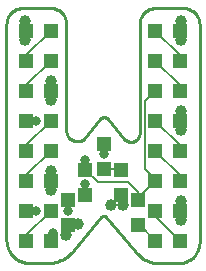
<source format=gtl>
G75*
%MOIN*%
%OFA0B0*%
%FSLAX24Y24*%
%IPPOS*%
%LPD*%
%AMOC8*
5,1,8,0,0,1.08239X$1,22.5*
%
%ADD10C,0.0100*%
%ADD11R,0.0472X0.0472*%
%ADD12C,0.0397*%
%ADD13C,0.0060*%
%ADD14C,0.0317*%
D10*
X002517Y003317D02*
X002517Y010475D01*
X002519Y010520D01*
X002524Y010564D01*
X002534Y010608D01*
X002546Y010651D01*
X002563Y010692D01*
X002582Y010732D01*
X002605Y010771D01*
X002631Y010807D01*
X002660Y010841D01*
X002692Y010873D01*
X002726Y010902D01*
X002762Y010928D01*
X002801Y010951D01*
X002841Y010970D01*
X002882Y010987D01*
X002925Y010999D01*
X002969Y011009D01*
X003013Y011014D01*
X003058Y011016D01*
X003058Y011017D02*
X003997Y011017D01*
X004043Y011013D01*
X004088Y011004D01*
X004132Y010993D01*
X004175Y010977D01*
X004216Y010958D01*
X004256Y010936D01*
X004294Y010910D01*
X004329Y010882D01*
X004362Y010850D01*
X004393Y010816D01*
X004420Y010780D01*
X004444Y010741D01*
X004466Y010701D01*
X004483Y010659D01*
X004497Y010615D01*
X004508Y010571D01*
X004515Y010526D01*
X004518Y010480D01*
X004517Y010435D01*
X004517Y006954D01*
X004516Y006954D02*
X004515Y006918D01*
X004517Y006882D01*
X004523Y006847D01*
X004533Y006812D01*
X004546Y006779D01*
X004562Y006747D01*
X004582Y006717D01*
X004605Y006689D01*
X004630Y006663D01*
X004658Y006641D01*
X004688Y006621D01*
X004719Y006604D01*
X004753Y006591D01*
X004787Y006581D01*
X004823Y006575D01*
X004859Y006572D01*
X004895Y006573D01*
X004930Y006578D01*
X004965Y006586D01*
X004999Y006598D01*
X005032Y006614D01*
X005062Y006632D01*
X005091Y006654D01*
X005634Y007322D01*
X005654Y007340D01*
X005677Y007354D01*
X005701Y007365D01*
X005727Y007373D01*
X005754Y007377D01*
X005780Y007377D01*
X005807Y007373D01*
X005833Y007365D01*
X005857Y007354D01*
X005880Y007340D01*
X005900Y007322D01*
X005899Y007322D02*
X006452Y006644D01*
X006475Y006621D01*
X006500Y006601D01*
X006528Y006584D01*
X006557Y006571D01*
X006588Y006560D01*
X006620Y006554D01*
X006652Y006550D01*
X006684Y006551D01*
X006717Y006555D01*
X006748Y006562D01*
X006779Y006573D01*
X006808Y006588D01*
X006835Y006605D01*
X006860Y006626D01*
X006883Y006649D01*
X006903Y006674D01*
X006920Y006702D01*
X006933Y006731D01*
X006944Y006762D01*
X006950Y006794D01*
X006954Y006826D01*
X006954Y010488D01*
X006955Y010488D02*
X006957Y010532D01*
X006962Y010575D01*
X006971Y010618D01*
X006984Y010659D01*
X006999Y010700D01*
X007019Y010739D01*
X007041Y010777D01*
X007066Y010812D01*
X007095Y010846D01*
X007125Y010876D01*
X007159Y010905D01*
X007194Y010930D01*
X007232Y010952D01*
X007271Y010972D01*
X007312Y010987D01*
X007353Y011000D01*
X007396Y011009D01*
X007439Y011014D01*
X007483Y011016D01*
X007483Y011017D02*
X008426Y011017D01*
X008426Y011016D02*
X008472Y011012D01*
X008518Y011003D01*
X008563Y010991D01*
X008606Y010976D01*
X008648Y010956D01*
X008689Y010934D01*
X008727Y010908D01*
X008763Y010879D01*
X008797Y010847D01*
X008828Y010813D01*
X008855Y010776D01*
X008880Y010737D01*
X008902Y010696D01*
X008920Y010653D01*
X008934Y010609D01*
X008945Y010564D01*
X008952Y010518D01*
X008955Y010472D01*
X008954Y010426D01*
X008954Y003290D01*
X008306Y002517D02*
X007469Y002517D01*
X006811Y002910D02*
X005847Y004061D01*
X005848Y004062D02*
X005838Y004069D01*
X005827Y004075D01*
X005815Y004079D01*
X005803Y004080D01*
X005678Y004053D02*
X004762Y002950D01*
X004008Y002517D02*
X003255Y002517D01*
X003200Y002521D01*
X003146Y002529D01*
X003092Y002541D01*
X003039Y002557D01*
X002988Y002576D01*
X002938Y002599D01*
X002890Y002626D01*
X002844Y002656D01*
X002800Y002689D01*
X002759Y002725D01*
X002720Y002764D01*
X002684Y002806D01*
X002651Y002850D01*
X002622Y002896D01*
X002596Y002945D01*
X002573Y002995D01*
X002554Y003046D01*
X002539Y003099D01*
X002528Y003153D01*
X002520Y003207D01*
X002516Y003262D01*
X002517Y003317D01*
X004008Y002516D02*
X004071Y002526D01*
X004133Y002540D01*
X004194Y002557D01*
X004255Y002577D01*
X004314Y002601D01*
X004372Y002628D01*
X004428Y002658D01*
X004482Y002691D01*
X004535Y002727D01*
X004585Y002767D01*
X004633Y002809D01*
X004679Y002853D01*
X004722Y002900D01*
X004762Y002950D01*
X005678Y004053D02*
X005697Y004064D01*
X005717Y004073D01*
X005738Y004079D01*
X005760Y004082D01*
X005782Y004082D01*
X005803Y004079D01*
X006811Y002910D02*
X006848Y002862D01*
X006889Y002817D01*
X006932Y002775D01*
X006977Y002735D01*
X007025Y002698D01*
X007075Y002664D01*
X007127Y002633D01*
X007180Y002605D01*
X007236Y002580D01*
X007292Y002559D01*
X007350Y002541D01*
X007409Y002527D01*
X007468Y002517D01*
X008306Y002517D02*
X008357Y002523D01*
X008407Y002533D01*
X008456Y002546D01*
X008504Y002563D01*
X008551Y002583D01*
X008596Y002607D01*
X008639Y002634D01*
X008681Y002663D01*
X008720Y002696D01*
X008756Y002731D01*
X008790Y002769D01*
X008822Y002809D01*
X008850Y002851D01*
X008875Y002896D01*
X008897Y002941D01*
X008916Y002989D01*
X008931Y003037D01*
X008943Y003087D01*
X008951Y003137D01*
X008956Y003188D01*
X008957Y003239D01*
X008954Y003289D01*
D11*
X008305Y003267D03*
X007478Y003267D03*
X006892Y003791D03*
X007478Y004267D03*
X006892Y004618D03*
X006329Y004791D03*
X006329Y005618D03*
X005767Y005666D03*
X005142Y005618D03*
X005142Y004791D03*
X004579Y004618D03*
X003993Y004267D03*
X004579Y003791D03*
X003993Y003267D03*
X003166Y003267D03*
X003166Y004267D03*
X003166Y005267D03*
X003993Y005267D03*
X003993Y006267D03*
X003166Y006267D03*
X003166Y007267D03*
X003993Y007267D03*
X003993Y008267D03*
X003166Y008267D03*
X003166Y009267D03*
X003993Y009267D03*
X003993Y010267D03*
X003166Y010267D03*
X005767Y006493D03*
X007478Y006267D03*
X008305Y006267D03*
X008305Y007267D03*
X007478Y007267D03*
X007478Y008267D03*
X008305Y008267D03*
X008305Y009267D03*
X007478Y009267D03*
X007478Y010267D03*
X008305Y010267D03*
X008305Y005267D03*
X007478Y005267D03*
X008305Y004267D03*
D12*
X008329Y004579D03*
X008329Y003954D03*
X006392Y004454D03*
X006017Y004454D03*
X004892Y003829D03*
X004517Y003454D03*
X004017Y004954D03*
X004017Y005579D03*
X004017Y007954D03*
X004017Y008579D03*
X003142Y009954D03*
X003142Y010579D03*
X008329Y010579D03*
X008329Y009954D03*
X008329Y007579D03*
X008329Y006954D03*
D13*
X008305Y006978D01*
X008305Y007267D01*
X008305Y007555D01*
X008329Y007579D01*
X008305Y008267D02*
X008305Y008440D01*
X007478Y009267D01*
X008305Y009267D02*
X008305Y009440D01*
X007478Y010267D01*
X008305Y010267D02*
X008305Y009978D01*
X008329Y009954D01*
X008305Y010267D02*
X008305Y010555D01*
X008329Y010579D01*
X007478Y008267D02*
X007142Y007930D01*
X007142Y005642D01*
X007478Y005305D01*
X007478Y005267D01*
X006892Y004680D01*
X006892Y004618D01*
X006892Y004892D01*
X006579Y005204D01*
X005555Y005204D01*
X005142Y005618D01*
X005142Y005954D01*
X005767Y006142D02*
X005767Y006493D01*
X005767Y005666D02*
X006281Y005666D01*
X006329Y005618D01*
X006329Y004791D02*
X006329Y004517D01*
X006392Y004454D01*
X006017Y004454D01*
X005142Y004791D02*
X005142Y005142D01*
X004579Y004642D02*
X004579Y004618D01*
X004579Y004267D01*
X004618Y003829D02*
X004579Y003791D01*
X004517Y003728D01*
X004517Y003454D01*
X004618Y003829D02*
X004892Y003829D01*
X004079Y003517D02*
X004079Y003353D01*
X003993Y003267D01*
X004017Y003267D01*
X003166Y003267D02*
X003166Y003440D01*
X003993Y004267D01*
X003517Y004267D02*
X003166Y004267D01*
X003142Y004267D01*
X003993Y004978D02*
X004017Y004954D01*
X003993Y004978D02*
X003993Y005267D01*
X003993Y005555D01*
X004017Y005579D01*
X003993Y006267D02*
X003166Y005440D01*
X003166Y005267D01*
X003166Y006267D02*
X003166Y006440D01*
X003993Y007267D01*
X003517Y007267D02*
X003166Y007267D01*
X003993Y007978D02*
X004017Y007954D01*
X003993Y007978D02*
X003993Y008267D01*
X003993Y008555D01*
X004017Y008579D01*
X003993Y009267D02*
X003166Y008440D01*
X003166Y008267D01*
X003166Y009267D02*
X003166Y009440D01*
X003993Y010267D01*
X003166Y010267D02*
X003166Y009978D01*
X003142Y009954D01*
X003166Y010267D02*
X003166Y010555D01*
X003142Y010579D01*
X007478Y007267D02*
X008305Y006440D01*
X008305Y006267D01*
X008305Y005440D02*
X007478Y006267D01*
X008305Y005440D02*
X008305Y005267D01*
X008329Y004579D02*
X008305Y004555D01*
X008305Y004267D01*
X008305Y003978D01*
X008329Y003954D01*
X008305Y003267D02*
X007478Y004093D01*
X007478Y004267D01*
X006954Y003791D02*
X007478Y003267D01*
X006954Y003791D02*
X006892Y003791D01*
D14*
X005142Y005142D03*
X005142Y005954D03*
X005767Y006142D03*
X004579Y004267D03*
X004079Y003517D03*
X003517Y004267D03*
X003517Y007267D03*
M02*

</source>
